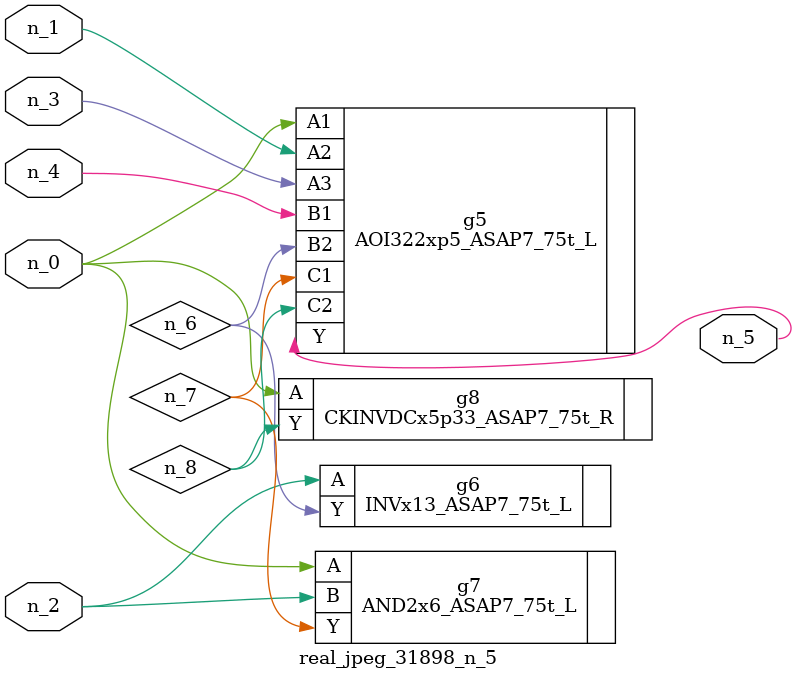
<source format=v>
module real_jpeg_31898_n_5 (n_4, n_0, n_1, n_2, n_3, n_5);

input n_4;
input n_0;
input n_1;
input n_2;
input n_3;

output n_5;

wire n_8;
wire n_6;
wire n_7;

AOI322xp5_ASAP7_75t_L g5 ( 
.A1(n_0),
.A2(n_1),
.A3(n_3),
.B1(n_4),
.B2(n_6),
.C1(n_7),
.C2(n_8),
.Y(n_5)
);

AND2x6_ASAP7_75t_L g7 ( 
.A(n_0),
.B(n_2),
.Y(n_7)
);

CKINVDCx5p33_ASAP7_75t_R g8 ( 
.A(n_0),
.Y(n_8)
);

INVx13_ASAP7_75t_L g6 ( 
.A(n_2),
.Y(n_6)
);


endmodule
</source>
